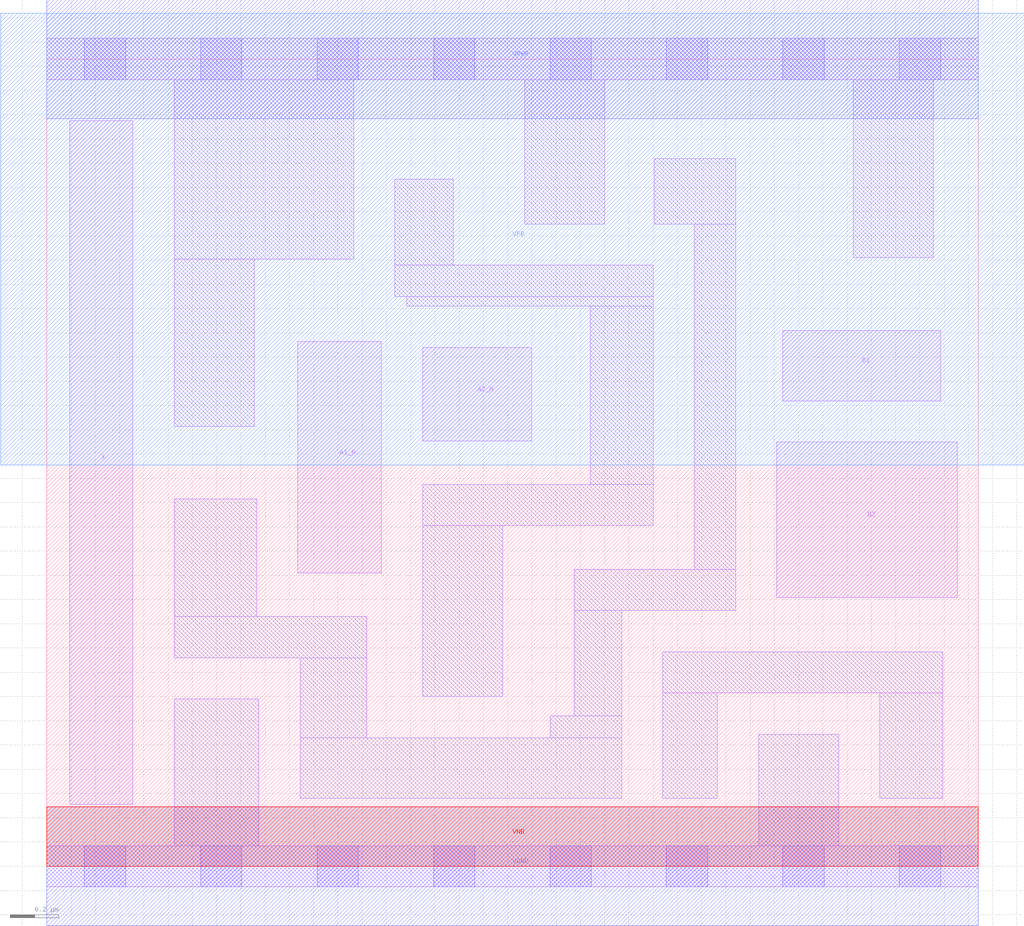
<source format=lef>
# Copyright 2020 The SkyWater PDK Authors
#
# Licensed under the Apache License, Version 2.0 (the "License");
# you may not use this file except in compliance with the License.
# You may obtain a copy of the License at
#
#     https://www.apache.org/licenses/LICENSE-2.0
#
# Unless required by applicable law or agreed to in writing, software
# distributed under the License is distributed on an "AS IS" BASIS,
# WITHOUT WARRANTIES OR CONDITIONS OF ANY KIND, either express or implied.
# See the License for the specific language governing permissions and
# limitations under the License.
#
# SPDX-License-Identifier: Apache-2.0

VERSION 5.7 ;
  NOWIREEXTENSIONATPIN ON ;
  DIVIDERCHAR "/" ;
  BUSBITCHARS "[]" ;
MACRO sky130_fd_sc_lp__o2bb2a_1
  CLASS CORE ;
  FOREIGN sky130_fd_sc_lp__o2bb2a_1 ;
  ORIGIN  0.000000  0.000000 ;
  SIZE  3.840000 BY  3.330000 ;
  SYMMETRY X Y R90 ;
  SITE unit ;
  PIN A1_N
    ANTENNAGATEAREA  0.126000 ;
    DIRECTION INPUT ;
    USE SIGNAL ;
    PORT
      LAYER li1 ;
        RECT 1.035000 1.210000 1.380000 2.165000 ;
    END
  END A1_N
  PIN A2_N
    ANTENNAGATEAREA  0.126000 ;
    DIRECTION INPUT ;
    USE SIGNAL ;
    PORT
      LAYER li1 ;
        RECT 1.550000 1.755000 2.000000 2.140000 ;
    END
  END A2_N
  PIN B1
    ANTENNAGATEAREA  0.126000 ;
    DIRECTION INPUT ;
    USE SIGNAL ;
    PORT
      LAYER li1 ;
        RECT 3.035000 1.920000 3.685000 2.210000 ;
    END
  END B1
  PIN B2
    ANTENNAGATEAREA  0.126000 ;
    DIRECTION INPUT ;
    USE SIGNAL ;
    PORT
      LAYER li1 ;
        RECT 3.010000 1.110000 3.755000 1.750000 ;
    END
  END B2
  PIN X
    ANTENNADIFFAREA  0.556500 ;
    DIRECTION OUTPUT ;
    USE SIGNAL ;
    PORT
      LAYER li1 ;
        RECT 0.095000 0.255000 0.355000 3.075000 ;
    END
  END X
  PIN VGND
    DIRECTION INOUT ;
    USE GROUND ;
    PORT
      LAYER met1 ;
        RECT 0.000000 -0.245000 3.840000 0.245000 ;
    END
  END VGND
  PIN VNB
    DIRECTION INOUT ;
    USE GROUND ;
    PORT
      LAYER pwell ;
        RECT 0.000000 0.000000 3.840000 0.245000 ;
    END
  END VNB
  PIN VPB
    DIRECTION INOUT ;
    USE POWER ;
    PORT
      LAYER nwell ;
        RECT -0.190000 1.655000 4.030000 3.520000 ;
    END
  END VPB
  PIN VPWR
    DIRECTION INOUT ;
    USE POWER ;
    PORT
      LAYER met1 ;
        RECT 0.000000 3.085000 3.840000 3.575000 ;
    END
  END VPWR
  OBS
    LAYER li1 ;
      RECT 0.000000 -0.085000 3.840000 0.085000 ;
      RECT 0.000000  3.245000 3.840000 3.415000 ;
      RECT 0.525000  0.085000 0.875000 0.690000 ;
      RECT 0.525000  0.860000 1.320000 1.030000 ;
      RECT 0.525000  1.030000 0.865000 1.515000 ;
      RECT 0.525000  1.815000 0.855000 2.505000 ;
      RECT 0.525000  2.505000 1.265000 3.245000 ;
      RECT 1.045000  0.280000 2.370000 0.530000 ;
      RECT 1.045000  0.530000 1.320000 0.860000 ;
      RECT 1.435000  2.350000 2.500000 2.480000 ;
      RECT 1.435000  2.480000 1.675000 2.835000 ;
      RECT 1.485000  2.310000 2.500000 2.350000 ;
      RECT 1.550000  0.700000 1.880000 1.405000 ;
      RECT 1.550000  1.405000 2.500000 1.575000 ;
      RECT 1.970000  2.650000 2.300000 3.245000 ;
      RECT 2.075000  0.530000 2.370000 0.620000 ;
      RECT 2.175000  0.620000 2.370000 1.055000 ;
      RECT 2.175000  1.055000 2.840000 1.225000 ;
      RECT 2.240000  1.575000 2.500000 2.310000 ;
      RECT 2.505000  2.650000 2.840000 2.920000 ;
      RECT 2.540000  0.280000 2.765000 0.715000 ;
      RECT 2.540000  0.715000 3.695000 0.885000 ;
      RECT 2.670000  1.225000 2.840000 2.650000 ;
      RECT 2.935000  0.085000 3.265000 0.545000 ;
      RECT 3.325000  2.510000 3.655000 3.245000 ;
      RECT 3.435000  0.280000 3.695000 0.715000 ;
    LAYER mcon ;
      RECT 0.155000 -0.085000 0.325000 0.085000 ;
      RECT 0.155000  3.245000 0.325000 3.415000 ;
      RECT 0.635000 -0.085000 0.805000 0.085000 ;
      RECT 0.635000  3.245000 0.805000 3.415000 ;
      RECT 1.115000 -0.085000 1.285000 0.085000 ;
      RECT 1.115000  3.245000 1.285000 3.415000 ;
      RECT 1.595000 -0.085000 1.765000 0.085000 ;
      RECT 1.595000  3.245000 1.765000 3.415000 ;
      RECT 2.075000 -0.085000 2.245000 0.085000 ;
      RECT 2.075000  3.245000 2.245000 3.415000 ;
      RECT 2.555000 -0.085000 2.725000 0.085000 ;
      RECT 2.555000  3.245000 2.725000 3.415000 ;
      RECT 3.035000 -0.085000 3.205000 0.085000 ;
      RECT 3.035000  3.245000 3.205000 3.415000 ;
      RECT 3.515000 -0.085000 3.685000 0.085000 ;
      RECT 3.515000  3.245000 3.685000 3.415000 ;
  END
END sky130_fd_sc_lp__o2bb2a_1
END LIBRARY

</source>
